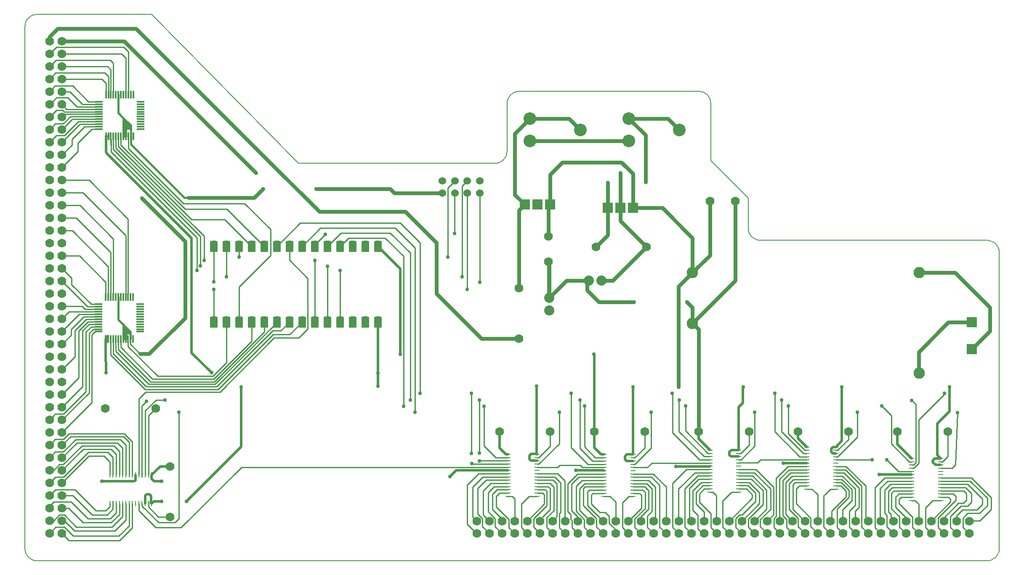
<source format=gbr>
G04 PROTEUS GERBER X2 FILE*
%TF.GenerationSoftware,Labcenter,Proteus,8.6-SP2-Build23525*%
%TF.CreationDate,2023-01-29T17:34:11+00:00*%
%TF.FileFunction,Copper,L1,Top*%
%TF.FilePolarity,Positive*%
%TF.Part,Single*%
%FSLAX45Y45*%
%MOMM*%
G01*
%TA.AperFunction,Conductor*%
%ADD10C,0.254000*%
%ADD11C,0.508000*%
%ADD12C,0.304800*%
%ADD13C,0.381000*%
%ADD14C,0.762000*%
%TA.AperFunction,ViaPad*%
%ADD15C,0.762000*%
%TA.AperFunction,ComponentPad*%
%ADD16C,1.778000*%
%AMPPAD007*
4,1,36,
0.762000,0.838200,
0.762000,-0.838200,
0.755940,-0.900520,
0.738490,-0.958160,
0.710770,-1.009980,
0.673890,-1.054890,
0.628980,-1.091760,
0.577160,-1.119480,
0.519520,-1.136930,
0.457200,-1.143000,
-0.457200,-1.143000,
-0.519520,-1.136930,
-0.577160,-1.119480,
-0.628980,-1.091760,
-0.673890,-1.054890,
-0.710770,-1.009980,
-0.738490,-0.958160,
-0.755940,-0.900520,
-0.762000,-0.838200,
-0.762000,0.838200,
-0.755940,0.900520,
-0.738490,0.958160,
-0.710770,1.009980,
-0.673890,1.054890,
-0.628980,1.091760,
-0.577160,1.119480,
-0.519520,1.136930,
-0.457200,1.143000,
0.457200,1.143000,
0.519520,1.136930,
0.577160,1.119480,
0.628980,1.091760,
0.673890,1.054890,
0.710770,1.009980,
0.738490,0.958160,
0.755940,0.900520,
0.762000,0.838200,
0*%
%TA.AperFunction,ComponentPad*%
%ADD17PPAD007*%
%TA.AperFunction,SMDPad,CuDef*%
%ADD18R,1.549400X0.304800*%
%ADD19R,0.304800X1.549400*%
%TA.AperFunction,SMDPad,CuDef*%
%ADD70R,0.254000X1.016000*%
%ADD71R,1.016000X0.254000*%
%TA.AperFunction,ComponentPad*%
%ADD20R,2.032000X2.032000*%
%TA.AperFunction,ComponentPad*%
%ADD21C,2.286000*%
%TA.AperFunction,ComponentPad*%
%ADD22C,1.524000*%
%TA.AperFunction,ComponentPad*%
%ADD23C,2.540000*%
%TA.AperFunction,ComponentPad*%
%ADD24C,2.032000*%
%TA.AperFunction,Profile*%
%ADD25C,0.203200*%
%TD.AperFunction*%
D10*
X-9265000Y+1840000D02*
X-9959823Y+1840000D01*
X-9989010Y+1869187D01*
X-10118065Y+1869187D01*
X-10255252Y+1732000D01*
X-9265000Y+1790000D02*
X-9947252Y+1790000D01*
X-10005252Y+1732000D01*
X-9265000Y+1740000D02*
X-9831471Y+1740000D01*
X-9976619Y+1594852D01*
X-10138400Y+1594852D01*
X-10255252Y+1478000D01*
X-9265000Y+1690000D02*
X-9793252Y+1690000D01*
X-10005252Y+1478000D01*
X-9265000Y+1640000D02*
X-9678083Y+1640000D01*
X-9956842Y+1361241D01*
X-10118011Y+1361241D01*
X-10255252Y+1224000D01*
X-9265000Y+1590000D02*
X-9639252Y+1590000D01*
X-10005252Y+1224000D01*
X-8670000Y+2185000D02*
X-8670000Y+3048491D01*
X-8758598Y+3137089D01*
X-10114273Y+3137089D01*
X-10166352Y+3085010D01*
X-10255252Y+3002000D01*
X-8720000Y+2185000D02*
X-8720000Y+2918742D01*
X-8803956Y+3002698D01*
X-10004554Y+3002698D01*
X-10005252Y+3002000D01*
X-8970000Y+2185000D02*
X-8970000Y+2820000D01*
X-9030000Y+2880000D01*
X-10123252Y+2880000D01*
X-10255252Y+2748000D01*
X-9020000Y+2185000D02*
X-9020000Y+2683043D01*
X-9084497Y+2747540D01*
X-10004792Y+2747540D01*
X-10005252Y+2748000D01*
X-9070000Y+2185000D02*
X-9070000Y+2550000D01*
X-9140000Y+2620000D01*
X-10129252Y+2620000D01*
X-10255252Y+2494000D01*
X-9120000Y+2185000D02*
X-9120000Y+2409986D01*
X-9202884Y+2492870D01*
X-10004122Y+2492870D01*
X-10005252Y+2494000D01*
X-9267700Y-2137140D02*
X-9541680Y-2137140D01*
X-9601740Y-2077080D01*
X-9999340Y-2077080D01*
X-9999980Y-2077720D01*
X-10005252Y-2078000D01*
X-9267700Y-2187140D02*
X-9860392Y-2187140D01*
X-10005252Y-2332000D01*
X-9267700Y-2237140D02*
X-9656392Y-2237140D01*
X-10005252Y-2586000D01*
X-8980000Y-6050000D02*
X-8980000Y-6007464D01*
X-8590000Y-5470000D02*
X-8590000Y-4803574D01*
X-8754393Y-4639181D01*
X-9859919Y-4639181D01*
X-9975940Y-4755202D01*
X-10138454Y-4755202D01*
X-10255252Y-4872000D01*
X-8655000Y-5470000D02*
X-8655000Y-4807000D01*
X-8763000Y-4699000D01*
X-9832252Y-4699000D01*
X-10005252Y-4872000D01*
X-8720000Y-5470000D02*
X-8720000Y-4869000D01*
X-8826500Y-4762500D01*
X-9730621Y-4762500D01*
X-9976940Y-5008819D01*
X-10138071Y-5008819D01*
X-10255252Y-5126000D01*
X-8785000Y-5470000D02*
X-8785000Y-4931000D01*
X-8890000Y-4826000D01*
X-9705252Y-4826000D01*
X-10005252Y-5126000D01*
X-8850000Y-5470000D02*
X-8850000Y-4993000D01*
X-8953500Y-4889500D01*
X-9603550Y-4889500D01*
X-9977208Y-5263158D01*
X-10053532Y-5263158D01*
X-10170374Y-5380000D01*
X-10255252Y-5380000D01*
X-8915000Y-5470000D02*
X-8915000Y-5055000D01*
X-9017000Y-4953000D01*
X-9578252Y-4953000D01*
X-10005252Y-5380000D01*
X-8980000Y-5470000D02*
X-8980000Y-5117000D01*
X-9080500Y-5016500D01*
X-9476498Y-5016500D01*
X-9974693Y-5514695D01*
X-10135947Y-5514695D01*
X-10255252Y-5634000D01*
X-9045000Y-5470000D02*
X-9045000Y-5204277D01*
X-9044958Y-5204235D01*
X-9162850Y-5086343D01*
X-9462875Y-5086343D01*
X-10005252Y-5628720D01*
X-10005252Y-5634000D01*
X-1030000Y-5770000D02*
X-1249145Y-5770000D01*
X-1251969Y-5767176D01*
X-1346043Y-5861250D01*
X-1346043Y-6164378D01*
X-1153252Y-6357169D01*
X-1153252Y-6400000D01*
X-1030000Y-5835000D02*
X-1199500Y-5835000D01*
X-1270000Y-5905500D01*
X-1270000Y-6118106D01*
X-1016000Y-6372106D01*
X-1016000Y-6533252D01*
X-899252Y-6650000D01*
X-450000Y-5445000D02*
X-34011Y-5445000D01*
X+110248Y-5589259D01*
X+110248Y-6393500D01*
X+116748Y-6400000D01*
X-450000Y-5575000D02*
X-125000Y-5575000D01*
X-50000Y-5650000D01*
X-50000Y-6312748D01*
X-137252Y-6400000D01*
X-450000Y-5640000D02*
X-410096Y-5640000D01*
X-408846Y-5640000D01*
X-187191Y-5640000D01*
X-112359Y-5714832D01*
X-112359Y-6188584D01*
X-249348Y-6325573D01*
X-255056Y-6331281D01*
X-255056Y-6532196D01*
X-137252Y-6650000D01*
X-450000Y-5705000D02*
X-410426Y-5705000D01*
X-404821Y-5705000D01*
X-224932Y-5705000D01*
X-186561Y-5743371D01*
X-186561Y-6165752D01*
X-331909Y-6311100D01*
X-391252Y-6400000D01*
X-450000Y-5770000D02*
X-280000Y-5770000D01*
X-250000Y-5800000D01*
X-250000Y-6092203D01*
X-511909Y-6354112D01*
X-517617Y-6354112D01*
X-517617Y-6523635D01*
X-391252Y-6650000D01*
X-450000Y-5835000D02*
X-334663Y-5835000D01*
X-300719Y-5868944D01*
X-300719Y-6055467D01*
X-645252Y-6400000D01*
X+3030000Y-5750000D02*
X+2917774Y-5750000D01*
X+2819947Y-5847827D01*
X+2819947Y-6019947D01*
X+2950000Y-6150000D01*
X+3047915Y-6247915D01*
X+3047915Y-6533167D01*
X+3164748Y-6650000D01*
X+3030000Y-5685000D02*
X+2890745Y-5685000D01*
X+2752459Y-5823286D01*
X+2752459Y-6056426D01*
X+2911976Y-6215943D01*
X+2911976Y-6398772D01*
X+2910748Y-6400000D01*
X+3030000Y-5620000D02*
X+2857580Y-5620000D01*
X+2684971Y-5792609D01*
X+2684971Y-6179132D01*
X+2770864Y-6265025D01*
X+2789270Y-6283431D01*
X+2789270Y-6553381D01*
X+2821848Y-6585959D01*
X+2910748Y-6650000D01*
X+3030000Y-5555000D02*
X+2806010Y-5555000D01*
X+2617483Y-5743527D01*
X+2617483Y-6360735D01*
X+2656748Y-6400000D01*
X+3030000Y-5490000D02*
X+2785116Y-5490000D01*
X+2525454Y-5749662D01*
X+2525454Y-6518706D01*
X+2656748Y-6650000D01*
X+3030000Y-5425000D02*
X+2725000Y-5425000D01*
X+2400000Y-5750000D01*
X+2400000Y-6397252D01*
X+2402748Y-6400000D01*
X+3030000Y-5360000D02*
X+2559271Y-5360000D01*
X+2280043Y-5639228D01*
X+2280043Y-6527295D01*
X+2402748Y-6650000D01*
X+3610000Y-5750000D02*
X+3765116Y-5750000D01*
X+3881348Y-5866232D01*
X+3881348Y-5937400D01*
X+3418748Y-6400000D01*
X+3610000Y-5685000D02*
X+3798279Y-5685000D01*
X+3950000Y-5836721D01*
X+3950000Y-6000000D01*
X+3678840Y-6271160D01*
X+3628840Y-6271160D01*
X+3550000Y-6350000D01*
X+3550000Y-6527252D01*
X+3672748Y-6650000D01*
X+3610000Y-5620000D02*
X+3819173Y-5620000D01*
X+4022459Y-5823286D01*
X+4022459Y-6050289D01*
X+3672748Y-6400000D01*
X+3610000Y-5555000D02*
X+3864608Y-5555000D01*
X+4096082Y-5786474D01*
X+4096082Y-6065390D01*
X+3800000Y-6361472D01*
X+3800000Y-6523252D01*
X+3926748Y-6650000D01*
X+3610000Y-5490000D02*
X+3885502Y-5490000D01*
X+4169705Y-5774203D01*
X+4169705Y-6157043D01*
X+3926748Y-6400000D01*
X+3610000Y-5425000D02*
X+3925000Y-5425000D01*
X+4250000Y-5750000D01*
X+4250000Y-6164973D01*
X+4043593Y-6371380D01*
X+4043593Y-6512845D01*
X+4180748Y-6650000D01*
X+4980000Y-5300000D02*
X+4600962Y-5300000D01*
X+4366034Y-5534928D01*
X+4366034Y-6303589D01*
X+4317952Y-6351671D01*
X+4317952Y-6533204D01*
X+4434748Y-6650000D01*
X+4980000Y-5365000D02*
X+4621855Y-5365000D01*
X+4433521Y-5553334D01*
X+4433521Y-6398773D01*
X+4434748Y-6400000D01*
X+4980000Y-5430000D02*
X+4648884Y-5430000D01*
X+4501009Y-5577875D01*
X+4501009Y-6295701D01*
X+4571953Y-6366645D01*
X+4571953Y-6533205D01*
X+4688748Y-6650000D01*
X+4980000Y-5495000D02*
X+4682049Y-5495000D01*
X+4556227Y-5620822D01*
X+4556227Y-6267479D01*
X+4688748Y-6400000D01*
X+4980000Y-5560000D02*
X+4709078Y-5560000D01*
X+4623715Y-5645363D01*
X+4623715Y-6160726D01*
X+4805557Y-6342568D01*
X+4805557Y-6512809D01*
X+4942748Y-6650000D01*
X+4980000Y-5625000D02*
X+4742242Y-5625000D01*
X+4703473Y-5663769D01*
X+4703473Y-6160725D01*
X+4942748Y-6400000D01*
X+4980000Y-5690000D02*
X+4830623Y-5690000D01*
X+4770961Y-5749662D01*
X+4770961Y-6050291D01*
X+5059625Y-6338955D01*
X+5059625Y-6512877D01*
X+5196748Y-6650000D01*
X+5560000Y-5690000D02*
X+5664493Y-5690000D01*
X+5763803Y-5789310D01*
X+5763803Y-5909121D01*
X+5476256Y-6196668D01*
X+5476256Y-6374492D01*
X+5450748Y-6400000D01*
X+5560000Y-5625000D02*
X+5675001Y-5625000D01*
X+5826812Y-5776811D01*
X+5826812Y-5923188D01*
X+5600000Y-6150000D01*
X+5586812Y-6163188D01*
X+5586812Y-6532064D01*
X+5704748Y-6650000D01*
X+5560000Y-5560000D02*
X+5686001Y-5560000D01*
X+5886812Y-5760811D01*
X+5886812Y-5988811D01*
X+5702812Y-6172811D01*
X+5702812Y-6398064D01*
X+5704748Y-6400000D01*
X+5560000Y-5495000D02*
X+5695000Y-5495000D01*
X+5950000Y-5750000D01*
X+5950000Y-6077623D01*
X+5830812Y-6196811D01*
X+5830812Y-6522064D01*
X+5958748Y-6650000D01*
X+5560000Y-5430000D02*
X+5724001Y-5430000D01*
X+6030812Y-5736811D01*
X+6030812Y-6119188D01*
X+5950000Y-6200000D01*
X+5950000Y-6391252D01*
X+5958748Y-6400000D01*
X+5560000Y-5365000D02*
X+5755001Y-5365000D01*
X+6082812Y-5692811D01*
X+6082812Y-6096811D01*
X+6082812Y-6520064D01*
X+6212748Y-6650000D01*
X+5560000Y-5300000D02*
X+5770001Y-5300000D01*
X+6162812Y-5692811D01*
X+6162812Y-6350064D01*
X+6212748Y-6400000D01*
X+900000Y-5450000D02*
X+367956Y-5450000D01*
X+173034Y-5644922D01*
X+173034Y-6211415D01*
X+230113Y-6268494D01*
X+230113Y-6365528D01*
X+252944Y-6388359D01*
X+252944Y-6532196D01*
X+370748Y-6650000D01*
X+900000Y-5515000D02*
X+395000Y-5515000D01*
X+250000Y-5660000D01*
X+250000Y-6191347D01*
X+367102Y-6308449D01*
X+367102Y-6311100D01*
X+370748Y-6400000D01*
X+900000Y-5710000D02*
X+518923Y-5710000D01*
X+486967Y-5741956D01*
X+486967Y-6086967D01*
X+750000Y-6350000D01*
X+750000Y-6521252D01*
X+878748Y-6650000D01*
X+900000Y-5775000D02*
X+602327Y-5775000D01*
X+566877Y-5810450D01*
X+566877Y-6088129D01*
X+878748Y-6400000D01*
X+900000Y-5840000D02*
X+674315Y-5840000D01*
X+641079Y-5873236D01*
X+641079Y-6051595D01*
X+812315Y-6222831D01*
X+922831Y-6222831D01*
X+1000000Y-6300000D01*
X+1000000Y-6440406D01*
X+1132748Y-6573154D01*
X+1132748Y-6650000D01*
X+900000Y-5580000D02*
X+454855Y-5580000D01*
X+338562Y-5696293D01*
X+338562Y-6202619D01*
X+504090Y-6368147D01*
X+504090Y-6529342D01*
X+624748Y-6650000D01*
X+900000Y-5645000D02*
X+509720Y-5645000D01*
X+407057Y-5747663D01*
X+407057Y-6182309D01*
X+624748Y-6400000D01*
X+1480000Y-5450000D02*
X+1890000Y-5450000D01*
X+2148748Y-5708748D01*
X+2148748Y-6400000D01*
X+1480000Y-5515000D02*
X+1852504Y-5515000D01*
X+2016674Y-5679170D01*
X+2016674Y-6517926D01*
X+2148748Y-6650000D01*
X+1480000Y-5580000D02*
X+1797640Y-5580000D01*
X+1931056Y-5713416D01*
X+1931056Y-6363692D01*
X+1894748Y-6400000D01*
X+1480000Y-5645000D02*
X+1765606Y-5645000D01*
X+1868269Y-5747663D01*
X+1868269Y-6199999D01*
X+1771235Y-6297033D01*
X+1771235Y-6526487D01*
X+1894748Y-6650000D01*
X+1480000Y-5710000D02*
X+1716449Y-5710000D01*
X+1794067Y-5787618D01*
X+1794067Y-6160045D01*
X+1643012Y-6311100D01*
X+1640748Y-6400000D01*
X+1480000Y-5775000D02*
X+1678707Y-5775000D01*
X+1725573Y-5821866D01*
X+1725573Y-6148629D01*
X+1520090Y-6354112D01*
X+1520090Y-6529342D01*
X+1640748Y-6650000D01*
X+1480000Y-5840000D02*
X+1612426Y-5840000D01*
X+1651370Y-5878944D01*
X+1651370Y-6135378D01*
X+1386748Y-6400000D01*
X+7090000Y-5530000D02*
X+6548802Y-5530000D01*
X+6350004Y-5728798D01*
X+6350004Y-6533256D01*
X+6466748Y-6650000D01*
X+7090000Y-5595000D02*
X+6602864Y-5595000D01*
X+6453853Y-5744011D01*
X+6453853Y-6387105D01*
X+6466748Y-6400000D01*
X+7090000Y-5660000D02*
X+6663541Y-5660000D01*
X+6546457Y-5777084D01*
X+6546457Y-6240103D01*
X+6586145Y-6279791D01*
X+6586145Y-6515397D01*
X+6720748Y-6650000D01*
X+7090000Y-5725000D02*
X+6697760Y-5725000D01*
X+6619218Y-5803542D01*
X+6619218Y-6213646D01*
X+6672134Y-6266562D01*
X+6672134Y-6351386D01*
X+6720748Y-6400000D01*
X+7090000Y-5790000D02*
X+6731978Y-5790000D01*
X+6685364Y-5836614D01*
X+6685364Y-6154114D01*
X+6844114Y-6312864D01*
X+6844114Y-6519366D01*
X+6974748Y-6650000D01*
X+7090000Y-5920000D02*
X+6879790Y-5920000D01*
X+6837499Y-5962291D01*
X+6837499Y-6047499D01*
X+7108697Y-6318697D01*
X+7108697Y-6529949D01*
X+7228748Y-6650000D01*
X+7670000Y-5530000D02*
X+8290000Y-5530000D01*
X+8690000Y-5930000D01*
X+8690000Y-6162939D01*
X+8455555Y-6397384D01*
X+8247364Y-6397384D01*
X+8244748Y-6400000D01*
X+7670000Y-5595000D02*
X+8265000Y-5595000D01*
X+8610000Y-5940000D01*
X+8610000Y-6087129D01*
X+8452616Y-6244513D01*
X+8255648Y-6244513D01*
X+8215487Y-6244513D01*
X+8120000Y-6340000D01*
X+8120000Y-6525252D01*
X+8244748Y-6650000D01*
X+7670000Y-5660000D02*
X+8217940Y-5660000D01*
X+8511412Y-5953472D01*
X+8511412Y-6059304D01*
X+8434976Y-6135740D01*
X+8400716Y-6170000D01*
X+8110000Y-6170000D01*
X+7990748Y-6289252D01*
X+7990748Y-6400000D01*
X+7670000Y-5790000D02*
X+8136273Y-5790000D01*
X+8188032Y-5841759D01*
X+8188032Y-5976990D01*
X+8129235Y-6035787D01*
X+8032221Y-6035787D01*
X+8026342Y-6041666D01*
X+7736748Y-6331260D01*
X+7736748Y-6400000D01*
X+7670000Y-5725000D02*
X+8168287Y-5725000D01*
X+8287986Y-5844699D01*
X+8287986Y-6021087D01*
X+8214490Y-6094583D01*
X+8082199Y-6094583D01*
X+7870532Y-6306250D01*
X+7870532Y-6529784D01*
X+7990748Y-6650000D01*
X+7670000Y-5855000D02*
X+7927870Y-5855000D01*
X+7976365Y-5903495D01*
X+7976365Y-5976992D01*
X+7617709Y-6335648D01*
X+7617709Y-6530961D01*
X+7736748Y-6650000D01*
X+7670000Y-5920000D02*
X+7830000Y-5920000D01*
X+7870000Y-5960000D01*
X+7870000Y-6012748D01*
X+7482748Y-6400000D01*
X-8265000Y-6007041D02*
X-8265000Y-6003478D01*
X-8395000Y-5508021D02*
X-8395000Y-5509610D01*
D11*
X-8200000Y-5470000D02*
X-8200000Y-5550000D01*
X-8150000Y-5600000D01*
X-8000000Y-5600000D01*
X-9200000Y-5600000D02*
X-8546303Y-5600000D01*
X-8524184Y-5577881D01*
X-8524184Y-5470816D01*
X-8525000Y-5470000D01*
X+4800000Y-4600000D02*
X+4800000Y-4730000D01*
X+4980000Y-4910000D01*
X+6800000Y-4600000D02*
X+6800000Y-4850000D01*
X+7090000Y-5140000D01*
D10*
X+7816000Y-4600000D02*
X+7816000Y-5097429D01*
X+7708429Y-5205000D01*
X+7670000Y-5205000D01*
X+5816000Y-4600000D02*
X+5816000Y-4757578D01*
X+5598578Y-4975000D01*
X+5560000Y-4975000D01*
X+3816000Y-4600000D02*
X+3816000Y-4868622D01*
X+3649622Y-5035000D01*
X+3610000Y-5035000D01*
X+1716000Y-4600000D02*
X+1716000Y-4927954D01*
X+1518954Y-5125000D01*
X+1480000Y-5125000D01*
X-184000Y-4600000D02*
X-184000Y-4894000D01*
X-410000Y-5120000D01*
X-450000Y-5120000D01*
D11*
X+334051Y-5374918D02*
X+889918Y-5374918D01*
X+900000Y-5385000D01*
X+2350000Y-5300000D02*
X+3025000Y-5300000D01*
X+3030000Y-5295000D01*
X+4502224Y-5232752D02*
X+4977752Y-5232752D01*
X+4980000Y-5235000D01*
X+6436682Y-5464077D02*
X+7089077Y-5464077D01*
X+7090000Y-5465000D01*
D10*
X-8265000Y-6050000D02*
X-8265000Y-6008001D01*
X-8265000Y-6007041D01*
X-450000Y-5510000D02*
X-94584Y-5510000D01*
X+24630Y-5629214D01*
X+24630Y-6222831D01*
X+0Y-6247461D01*
X+0Y-6533252D01*
X+116748Y-6650000D01*
X+7090000Y-3970000D02*
X+7168722Y-4048722D01*
X+7168722Y-5229202D01*
X+7127924Y-5270000D01*
X+7090000Y-5270000D01*
D11*
X-8200000Y-5470000D02*
X-8028384Y-5298384D01*
X-7830000Y-5298384D01*
D10*
X+8010000Y-4220000D02*
X+7967549Y-5269208D01*
X+7899109Y-5337648D01*
X+7672648Y-5337648D01*
X+7670000Y-5335000D01*
X+5560000Y-5170000D02*
X+6285033Y-5170000D01*
X+6289287Y-5165746D01*
X+6586585Y-5164222D02*
X+6828998Y-5406635D01*
X+7039200Y-5406635D01*
X+7090000Y-5400000D01*
X+5560000Y-5105000D02*
X+5599470Y-5105000D01*
X+6000000Y-4704470D01*
X+6000000Y-4210000D01*
X+4980000Y-5040000D02*
X+4910000Y-5040000D01*
X+4470000Y-4600000D01*
X+4470000Y-3965841D01*
X+4468614Y-3964455D01*
X+4980000Y-5105000D02*
X+4839500Y-5105000D01*
X+4336969Y-4602469D01*
X+4336969Y-3825818D01*
X+4336349Y-3825198D01*
X+4980000Y-5170000D02*
X+4530000Y-5170000D01*
X+4525511Y-5165511D01*
X+4051049Y-5165511D01*
X+3987270Y-5229290D01*
X+3610710Y-5229290D01*
X+3610000Y-5230000D01*
X+3610000Y-5165000D02*
X+3648694Y-5165000D01*
X+3657872Y-5165000D01*
X+3932800Y-4890072D01*
X+3932800Y-4211169D01*
X+3933258Y-4210711D01*
D11*
X+3030000Y-4970000D02*
X+2800000Y-4740000D01*
X+2800000Y-4600000D01*
D10*
X+3030000Y-5035000D02*
X+2989789Y-5035000D01*
X+2540000Y-4585211D01*
X+2540000Y-4080000D01*
X+3030000Y-5100000D02*
X+2910000Y-5100000D01*
X+2410000Y-4600000D01*
X+2410000Y-3964155D01*
X+2411447Y-3962708D01*
X+3030000Y-5165000D02*
X+2821156Y-5165000D01*
X+2276102Y-4619946D01*
X+2276102Y-3827658D01*
X+2274468Y-3826024D01*
X+3030000Y-5230000D02*
X+1860000Y-5230000D01*
X+1770000Y-5320000D01*
X+1480000Y-5320000D01*
D11*
X-2201233Y-5504834D02*
X-2076399Y-5380000D01*
X-1030000Y-5380000D01*
D10*
X+1480000Y-5255000D02*
X+1518803Y-5255000D01*
X+1845451Y-4928352D01*
X+1845451Y-4209125D01*
X-450000Y-5250000D02*
X-409263Y-5250000D01*
X+0Y-4840737D01*
X+0Y-4210000D01*
X-1030000Y-5185000D02*
X-1604308Y-5185000D01*
X-1606369Y-5187061D01*
X-1610000Y-5030000D02*
X-1610000Y-3965962D01*
X-1608035Y-3963997D01*
X-1030000Y-5250000D02*
X-1584811Y-5250000D01*
X-1589035Y-5254224D01*
X-1754108Y-5254224D01*
X-1762096Y-5246236D01*
X-1767421Y-5041227D02*
X-1767421Y-3826023D01*
X-1766719Y-3825321D01*
D11*
X+697161Y-3038265D02*
X+698896Y-3040000D01*
X+700000Y-3040000D01*
X+700000Y-4600000D01*
D10*
X-6698000Y-2394000D02*
X-6698000Y-3213429D01*
X-6968872Y-3484301D01*
X-8077919Y-3484301D01*
X-8672700Y-2889520D01*
X-8672700Y-2732140D01*
X-6190000Y-2394000D02*
X-6190000Y-2775478D01*
X-6952261Y-3537739D01*
X-8185795Y-3537739D01*
X-8823168Y-2900366D01*
X-8823168Y-2732608D01*
X-8822700Y-2732140D01*
X-5936000Y-2394000D02*
X-5936000Y-2590154D01*
X-6941637Y-3595791D01*
X-8223123Y-3595791D01*
X-8872890Y-2946024D01*
X-8872890Y-2732330D01*
X-8872700Y-2732140D01*
X-5682000Y-2394000D02*
X-5682000Y-2402880D01*
X-6921947Y-3642827D01*
X-8263324Y-3642827D01*
X-8922935Y-2983216D01*
X-8922935Y-2732375D01*
X-8922700Y-2732140D01*
X-5428000Y-2394000D02*
X-5603317Y-2569317D01*
X-5764481Y-2569317D01*
X-6888775Y-3693611D01*
X-8310346Y-3693611D01*
X-8974378Y-3029579D01*
X-8974378Y-2733818D01*
X-8972700Y-2732140D01*
D11*
X-3650000Y-870000D02*
X-3201490Y-1318510D01*
X-3201490Y-3042567D01*
X-3650000Y-2394000D02*
X-3650000Y-2769339D01*
X-3650000Y-3420000D01*
D10*
X-8395000Y-5508021D02*
X-8395000Y-5470000D01*
X-7932415Y-3960705D02*
X-8112201Y-3960705D01*
X-8330000Y-4178504D01*
X-8330000Y-5470000D01*
X-4666000Y-870000D02*
X-4396000Y-600000D01*
X-3400000Y-600000D01*
X-2998651Y-1001349D01*
X-2998651Y-3964088D01*
X-5174000Y-870000D02*
X-4804000Y-500000D01*
X-3300000Y-500000D01*
X-2901481Y-898519D01*
X-2901481Y-4210373D01*
X-5682000Y-870000D02*
X-5212000Y-400000D01*
X-3200000Y-400000D01*
X-2799066Y-800934D01*
X-2799066Y-3827069D01*
D11*
X-8430872Y-3032534D02*
X-8430872Y-3036405D01*
D10*
X-8300158Y-3984869D02*
X-8400000Y-4084711D01*
X-8400000Y-5503021D01*
X-8395000Y-5508021D01*
X-8460000Y-4000000D02*
X-8460000Y-4006946D01*
X-8460000Y-5470000D02*
X-8460000Y-4006946D01*
X-8460000Y-4000000D02*
X-8460000Y-3940000D01*
X-8320000Y-3800000D01*
X-6825066Y-3800000D01*
X-5737830Y-2712764D01*
X-5238415Y-2712764D01*
X-5060888Y-2535237D01*
X-5060888Y-1513979D01*
X-5426941Y-1147926D01*
X-5426941Y-871059D01*
X-5428000Y-870000D01*
X+7750000Y-3830000D02*
X+7742586Y-3850917D01*
X+7230000Y-4363503D01*
X+7230000Y-5230000D01*
X+7173098Y-5291902D01*
X+7130000Y-5335000D01*
X+7090000Y-5335000D01*
X+6483839Y-4083882D02*
X+6680443Y-4280486D01*
X+6680443Y-4848102D01*
X+7037341Y-5205000D01*
X+7090000Y-5205000D01*
X+4980000Y-4975000D02*
X+4940849Y-4975000D01*
X+4608378Y-4642529D01*
X+4608378Y-4078798D01*
X-4412000Y-870000D02*
X-4242000Y-700000D01*
X-3500000Y-700000D01*
X-3132345Y-1067655D01*
X-3132345Y-4086309D01*
X-3131825Y-4086829D01*
D11*
X+5560000Y-4910000D02*
X+5681626Y-4788374D01*
X+5681626Y-3703955D01*
X+5679679Y-3702008D01*
X+1480000Y-5060000D02*
X+1480000Y-3701950D01*
X+1479095Y-3701045D01*
X-8330000Y-6050000D02*
X-8330000Y-5889698D01*
X-8297737Y-5857435D01*
X-8242565Y-5857435D01*
X-8210000Y-5890000D01*
X-8210000Y-6040000D01*
X-8200000Y-6050000D01*
X-6400000Y-3700000D02*
X-6400000Y-4900000D01*
X-7500000Y-6000000D01*
X-8000000Y-6000000D02*
X-8150000Y-6000000D01*
X-8200000Y-6050000D01*
X+7670000Y-5140000D02*
X+7603912Y-5073912D01*
X+7603912Y-4440671D01*
X+7850695Y-4193888D01*
X+7850695Y-3698774D01*
X+7670000Y-5140000D02*
X+7552573Y-5140000D01*
X+7509650Y-5182923D01*
X+7509650Y-5212518D01*
X+7566909Y-5269777D01*
X+7669777Y-5269777D01*
X+7670000Y-5270000D01*
X+5560000Y-5040000D02*
X+5503258Y-5040000D01*
X+5468088Y-5004830D01*
X+5468088Y-4943556D01*
X+5501644Y-4910000D01*
X+5560000Y-4910000D01*
X+3610000Y-4970000D02*
X+3610000Y-4106537D01*
X+3696537Y-4020000D01*
X+3696537Y-3703463D01*
X+3700000Y-3700000D01*
X+3610000Y-5100000D02*
X+3454130Y-5100000D01*
X+3423299Y-5069169D01*
X+3423299Y-5008866D01*
X+3462746Y-4969419D01*
X+3609419Y-4969419D01*
X+3610000Y-4970000D01*
X+1480000Y-5060000D02*
X+1359732Y-5060000D01*
X+1324232Y-5095500D01*
X+1324232Y-5154232D01*
X+1360000Y-5190000D01*
X+1480000Y-5190000D01*
X-450000Y-5185000D02*
X-568606Y-5185000D01*
X-596362Y-5157244D01*
X-596362Y-5082568D01*
X-565248Y-5051454D01*
X-453546Y-5051454D01*
X-453291Y-5051709D01*
X-450000Y-5055000D01*
X-453291Y-3688191D02*
X-453291Y-5051709D01*
D10*
X-4408167Y-1352577D02*
X-4408167Y-2390167D01*
X-4412000Y-2394000D01*
X-4920000Y-870000D02*
X-4920000Y-841133D01*
X-4704503Y-625636D01*
X-2105843Y-613904D02*
X-2105843Y+194157D01*
X-2100000Y+200000D01*
X-2100000Y+450000D02*
X-2245283Y+304717D01*
X-2245283Y-1080550D01*
X-2239292Y-1086541D01*
X-6445023Y-1083311D02*
X-6445023Y-871023D01*
X-6444000Y-870000D01*
X-1850000Y+200000D02*
X-1850000Y-1740000D01*
X-6953789Y-1738863D02*
X-6953789Y-2392211D01*
X-6952000Y-2394000D01*
X-1850000Y+450000D02*
X-1957177Y+342823D01*
X-1957177Y-1484931D01*
X-1956907Y-1485201D01*
X-6698474Y-1485396D02*
X-6698474Y-870474D01*
X-6698000Y-870000D01*
X-6952000Y-870000D02*
X-6952000Y-1588130D01*
X-6952416Y-1588546D01*
X-1600000Y-1590000D02*
X-1600000Y+200000D01*
D11*
X-220000Y-1178000D02*
X-220000Y-1886000D01*
X-200000Y-1906000D01*
X-3650000Y-3420000D02*
X-3650000Y-3683954D01*
X-3645663Y-3688291D01*
X+1402000Y+1252000D02*
X+1450000Y+1300000D01*
X+1400000Y+1252000D01*
X-9121140Y-3417083D02*
X-9122700Y-2968533D01*
X-9122700Y-2732140D01*
D10*
X-9267700Y-2587140D02*
X-9338460Y-2587140D01*
X-9405620Y-2654300D01*
X-9405620Y-4018368D01*
X-10005252Y-4618000D01*
X-9267700Y-2537140D02*
X-9374731Y-2537140D01*
X-9457298Y-2619707D01*
X-9457298Y-3816046D01*
X-10005252Y-4364000D01*
X-9267700Y-2487140D02*
X-9413720Y-2487140D01*
X-9519920Y-2593340D01*
X-9519920Y-3794760D01*
X-9969678Y-4244518D01*
X-10138144Y-4244518D01*
X-10168726Y-4275100D01*
X-10255252Y-4364000D01*
X-9267700Y-2437140D02*
X-9457446Y-2437140D01*
X-9587353Y-2567047D01*
X-9587353Y-3692101D01*
X-10005252Y-4110000D01*
X-9267700Y-2387140D02*
X-9482360Y-2387140D01*
X-9668688Y-2573468D01*
X-9668688Y-3517987D01*
X-9917801Y-3767100D01*
X-10005252Y-3856000D01*
D12*
X-9267700Y-2337140D02*
X-9339017Y-2337140D01*
X-9339018Y-2337140D01*
D10*
X-9515180Y-2337140D01*
X-9745980Y-2567940D01*
X-9745980Y-3090528D01*
X-9916352Y-3260900D01*
X-10005252Y-3348000D01*
X-9267700Y-2337140D02*
X-9339018Y-2337140D01*
X-9267700Y-2287140D02*
X-9569301Y-2287140D01*
X-9822774Y-2540613D01*
X-9822774Y-2657522D01*
X-10005252Y-2840000D01*
X-9267700Y-2087140D02*
X-9488112Y-2087140D01*
X-10005252Y-1570000D01*
X-9267700Y-2037140D02*
X-9415720Y-2037140D01*
X-9809480Y-1643380D01*
X-9809480Y-1511772D01*
X-10005252Y-1316000D01*
X-9265000Y+1890000D02*
X-9909252Y+1890000D01*
X-10005252Y+1986000D01*
X-9265000Y+1940000D02*
X-9702847Y+1940000D01*
X-9884654Y+2121807D01*
X-10112603Y+2121807D01*
X-10166352Y+2068058D01*
X-10255252Y+1986000D01*
X-9265000Y+2040000D02*
X-9471004Y+2040000D01*
X-9787816Y+2356812D01*
X-10148965Y+2356812D01*
X-10176877Y+2328900D01*
X-10255252Y+2240000D01*
X-9265000Y+1990000D02*
X-9592571Y+1990000D01*
X-9842571Y+2240000D01*
X-10005252Y+2240000D01*
X-9265000Y+1540000D02*
X-9549640Y+1540000D01*
X-9804400Y+1285240D01*
X-9804400Y+1170852D01*
X-10005252Y+970000D01*
X-9265000Y+1490000D02*
X-9400866Y+1490000D01*
X-9401023Y+1489843D01*
X-9684512Y+1206354D01*
X-9684512Y+1136629D01*
X-9684512Y+1036740D01*
X-10005252Y+716000D01*
X-9122700Y-1892140D02*
X-9122700Y-1591020D01*
X-9652389Y-1061331D01*
X-10004583Y-1061331D01*
X-10005252Y-1062000D01*
X-9072700Y-1892140D02*
X-9072700Y-1277800D01*
X-9796780Y-553720D01*
X-10004972Y-553720D01*
X-10005252Y-554000D01*
X-9022700Y-1892140D02*
X-9022700Y-992520D01*
X-9714369Y-300851D01*
X-10004401Y-300851D01*
X-10005252Y-300000D01*
X-8972700Y-1892140D02*
X-8972700Y-717400D01*
X-9644380Y-45720D01*
X-10004972Y-45720D01*
X-10005252Y-46000D01*
X-8722700Y-1892140D02*
X-8722700Y-649900D01*
X-9579903Y+207303D01*
X-10004555Y+207303D01*
X-10005252Y+208000D01*
X-8672700Y-1892140D02*
X-8672700Y-321440D01*
X-9456420Y+462280D01*
X-10004972Y+462280D01*
X-10005252Y+462000D01*
D11*
X-9055000Y+955000D02*
X-9080000Y+980000D01*
X-9100000Y+1000000D01*
X-9120000Y+1020000D01*
X-9120000Y+1345000D01*
X-6995972Y-3417083D02*
X-7400000Y-3013055D01*
X-7400000Y-700000D01*
X-9055000Y+955000D01*
X-9120000Y+1345000D02*
X-9100000Y+1345000D01*
X-9080000Y+1345000D01*
D10*
X-9070000Y+1345000D01*
X-7290655Y-760000D02*
X-7290655Y-694145D01*
X-7290655Y-760000D02*
X-7290655Y-1351989D01*
X-7291831Y-1353165D01*
X-9019131Y+1034331D02*
X-9019131Y+1125551D01*
X-9019131Y+1282635D01*
X-9020000Y+1283504D01*
X-9020000Y+1345000D01*
X-7290655Y-694145D02*
X-9019131Y+1034331D01*
X-9020000Y+1283504D02*
X-9020000Y+1165710D01*
X-8970000Y+1345000D02*
X-8970000Y+1080000D01*
X-7223122Y-666878D01*
X-7223122Y-1263046D01*
X-7223176Y-1263100D01*
X-4664763Y-1267950D02*
X-4664763Y-2392763D01*
X-4666000Y-2394000D01*
X-8920000Y+1345000D02*
X-8920000Y+1110000D01*
X-7147339Y-662661D01*
X-7147339Y-1155421D01*
X-7145887Y-1156873D01*
X-4920339Y-1155785D02*
X-4920339Y-2393661D01*
X-4920000Y-2394000D01*
X-6190000Y-870000D02*
X-6726168Y-333832D01*
X-7396167Y-333832D01*
X-8870000Y+1140001D01*
X-8870000Y+1345000D01*
X-5936000Y-870000D02*
X-6683257Y-122743D01*
X-7527257Y-122743D01*
X-8820000Y+1170000D01*
X-8820000Y+1345000D01*
X-8265000Y-5470000D02*
X-8265000Y-4281000D01*
X-8114000Y-4130000D01*
X-9045000Y-6050000D02*
X-9045000Y-6109710D01*
X-9129731Y-6194441D01*
X-9315812Y-6194441D01*
X-9318138Y-6192115D01*
X-9743797Y-5766456D01*
X-9753101Y-5766456D01*
X-10133708Y-5766456D01*
X-10255252Y-5888000D01*
X-8980000Y-6050000D02*
X-8980000Y-6156358D01*
X-9094841Y-6271199D01*
X-9397222Y-6271199D01*
X-9783339Y-5885082D01*
X-10002334Y-5885082D01*
X-10005252Y-5888000D01*
X-8915000Y-6050000D02*
X-8915000Y-6233245D01*
X-9034365Y-6352610D01*
X-9480958Y-6352610D01*
X-9804273Y-6029295D01*
X-9818229Y-6015339D01*
X-10169455Y-6015339D01*
X-10255252Y-6101136D01*
X-10255252Y-6142000D01*
X-8850000Y-6050000D02*
X-8850000Y-6263611D01*
X-9015757Y-6429368D01*
X-9580632Y-6429368D01*
X-9870000Y-6140000D01*
X-10003252Y-6140000D01*
X-10005252Y-6142000D01*
X-8785000Y-6050000D02*
X-8785000Y-6305001D01*
X-8999999Y-6520000D01*
X-9716098Y-6520000D01*
X-9956901Y-6279197D01*
X-10053630Y-6279197D01*
X-10170433Y-6396000D01*
X-10255252Y-6396000D01*
X-8655000Y-6050000D02*
X-8655000Y-6492074D01*
X-8862926Y-6700000D01*
X-9779422Y-6700000D01*
X-9955463Y-6523959D01*
X-10129211Y-6523959D01*
X-10255252Y-6650000D01*
X-8590000Y-6050000D02*
X-8590000Y-6535233D01*
X-8844767Y-6790000D01*
X-9865252Y-6790000D01*
X-10005252Y-6650000D01*
X-8720000Y-6050000D02*
X-8720000Y-6380167D01*
X-8939833Y-6600000D01*
X-9750000Y-6600000D01*
X-9954000Y-6396000D01*
X-10005252Y-6396000D01*
X-8460000Y-6050000D02*
X-8460000Y-6190000D01*
X-8120000Y-6530000D01*
X-7609999Y-6530000D01*
X-6394999Y-5315000D01*
X-1030000Y-5315000D01*
X-7650000Y-5350000D02*
X-7650000Y-5311305D01*
X-7650000Y-4210000D01*
X-8395000Y-6050000D02*
X-8395000Y-6094944D01*
X-8058782Y-6431162D01*
X-7731162Y-6431162D01*
X-7650000Y-6350000D01*
X-7650000Y-5350000D01*
X-7558152Y-8152D02*
X-8670000Y+1103695D01*
X-8670000Y+1345000D01*
X-5808980Y-868680D02*
X-5808980Y-794558D01*
X-5808980Y-529004D01*
X-5810246Y-527738D01*
X-6329832Y-8152D01*
X-6595386Y-8152D01*
X-6791960Y-8152D01*
X-6444000Y-2394000D02*
X-6444000Y-1683385D01*
X-5808980Y-1048365D01*
X-5808980Y-868680D01*
X-6791960Y-8152D02*
X-7558152Y-8152D01*
X-8622700Y-2732140D02*
X-8622700Y-2844577D01*
X-8430872Y-3036405D01*
X-5174000Y-2394000D02*
X-5422585Y-2642585D01*
X-5757360Y-2642585D01*
X-6869213Y-3754438D01*
X-8327309Y-3754438D01*
X-8758674Y-3323074D01*
X-9022700Y-2732140D02*
X-9022700Y-3059048D01*
X-9017032Y-3064716D01*
X-8846634Y-3235114D01*
X-8798044Y-3283704D01*
X-8758674Y-3323074D02*
X-8798044Y-3283704D01*
X-9017032Y-3064716D02*
X-9017032Y-3064715D01*
X-8722700Y-2732140D02*
X-8742680Y-2732140D01*
D11*
X-9100820Y-2732140D02*
X-9100820Y-2684780D01*
X-9095740Y-2679700D01*
X-9122700Y-2732140D02*
X-9100820Y-2732140D01*
X-9096640Y-2732140D01*
X-9094470Y-2732140D02*
X-9094470Y-2734310D01*
X-9094470Y-2780030D01*
X-9090660Y-2783840D01*
X-9096640Y-2732140D02*
X-9094470Y-2734310D01*
X-9093200Y-2735580D01*
D10*
X-9096640Y-2732140D02*
X-9094470Y-2732140D01*
X-9072700Y-2732140D01*
D13*
X-8620000Y+1325880D02*
X-8620000Y+1345000D01*
X-8770000Y+1457768D02*
X-8770000Y+1422470D01*
X-8770000Y+1345000D01*
X-8620000Y+1325880D02*
X-8620000Y+1187960D01*
X-7538799Y+106759D01*
X-7460468Y+106759D01*
X-8770000Y+1457768D02*
X-8770000Y+1422470D01*
X-8770000Y+1345000D01*
X-8720000Y+1345000D02*
X-8720000Y+1478978D01*
X-8691880Y+1507098D01*
X-8745220Y+1345000D02*
X-8745220Y+1482548D01*
X-8745220Y+1509416D01*
X-8745681Y+1509877D01*
X-8770000Y+1345000D02*
X-8745220Y+1345000D01*
X-8720000Y+1345000D01*
X-8745220Y+1482548D02*
X-8770000Y+1457768D01*
X-8669020Y+1507098D02*
X-8691880Y+1507098D01*
X-8702607Y+1507098D01*
X-8762355Y+1566846D01*
X-8702607Y+1507098D02*
X-8720670Y+1507098D01*
X-8745220Y+1482548D01*
X-8772700Y-2443940D02*
X-8773160Y-2443480D01*
X-8797290Y-2419350D01*
X-8772700Y-2732140D02*
X-8772700Y-2443940D01*
X-8797290Y-2419350D02*
X-8872700Y-2343940D01*
X-8872700Y-1892140D01*
X-8686800Y-2529840D02*
X-8772700Y-2443940D01*
X-8710930Y-2553970D02*
X-8662670Y-2553970D01*
X-8710930Y-2553970D02*
X-8686800Y-2529840D01*
X-8662670Y-2553970D02*
X-8686800Y-2529840D01*
D10*
X-8742680Y-2732140D02*
X-8747760Y-2732140D01*
X-8772700Y-2732140D01*
D13*
X-8747760Y-2608580D02*
X-8747760Y-2553686D01*
X-8714987Y-2520913D01*
X-8747760Y-2732140D02*
X-8747760Y-2608580D01*
X-8747760Y-2553686D02*
X-8747760Y-2499360D01*
X-8740140Y-2491740D01*
X-8722700Y-2595880D02*
X-8697670Y-2595880D01*
X-8627110Y-2589530D02*
X-8662670Y-2553970D01*
X-8697670Y-2595880D02*
X-8678366Y-2576576D01*
X-8622700Y-2641600D02*
X-8630011Y-2634285D01*
D10*
X-8637076Y-2627220D01*
D13*
X-8668420Y-2595880D02*
X-8672202Y-2595880D01*
X-8697670Y-2595880D02*
X-8672202Y-2595880D01*
X-8668420Y-2595880D02*
X-8633460Y-2595880D01*
X-8627110Y-2589530D01*
X-8622700Y-2732140D02*
X-8622700Y-2641600D01*
X-8622700Y-2593940D01*
X-8627110Y-2589530D01*
X-8737600Y-2613660D02*
X-8722700Y-2613660D01*
X-8715450Y-2613660D01*
X-8650638Y-2613660D02*
X-8637087Y-2613660D01*
X-8633020Y-2609593D01*
X-8722700Y-2620910D02*
X-8715450Y-2613660D01*
X-8697670Y-2595880D01*
X-8722700Y-2620910D02*
X-8722700Y-2613660D01*
X-8722700Y-2595880D01*
X-8637076Y-2627220D02*
X-8650638Y-2613660D01*
X-8722700Y-2651760D02*
X-8722700Y-2640960D01*
X-8695400Y-2613660D01*
X-8678590Y-2596850D01*
X-8667450Y-2596850D01*
X-8715450Y-2613660D02*
X-8695400Y-2613660D01*
X-8650638Y-2613660D01*
X-8667450Y-2596850D01*
X-8668420Y-2595880D01*
X-8722700Y-2732140D02*
X-8722700Y-2651760D01*
X-8722700Y-2640960D02*
X-8722700Y-2620910D01*
D14*
X+8300000Y-2938265D02*
X+8663268Y-2574997D01*
X+8663268Y-2102617D01*
X+7960651Y-1400000D01*
X+7240000Y-1400000D01*
X+8300000Y-2400000D02*
X+7826867Y-2400000D01*
X+7232206Y-2994661D01*
X+7232206Y-3412206D01*
X+7240000Y-3420000D01*
X+2680000Y-2420000D02*
X+2800000Y-2540000D01*
X+2800000Y-4600000D01*
X+2680000Y-2420000D02*
X+3538000Y-1562000D01*
X+3538000Y+40000D01*
X+2680000Y-1400000D02*
X+3030000Y-1050000D01*
X+3030000Y+40000D01*
X+2680000Y-1400000D02*
X+2680000Y-700000D01*
X+2073346Y-93346D01*
X+1483346Y-93346D01*
X+2680000Y-1400000D02*
X+2400000Y-1680000D01*
X+2400000Y-3700000D01*
X+2680000Y-2420000D02*
X+2680000Y-2100000D01*
X+2570000Y-1990000D01*
X+1503296Y-1991979D02*
X+1021979Y-1991979D01*
X+796451Y-1991979D01*
X+556565Y-1752093D01*
X+556565Y-1593435D01*
X+590000Y-1560000D01*
X+844000Y-1560000D02*
X+1076000Y-1560000D01*
X+1756000Y-880000D01*
X+1229346Y-353346D01*
X+1229346Y-93346D01*
X+740000Y-880000D02*
X+975346Y-644654D01*
X+975346Y-93346D01*
X+2412000Y+1476000D02*
X+2188000Y+1700000D01*
X+1400000Y+1700000D01*
X-590000Y+1252000D02*
X+1273000Y+1252000D01*
X+1400000Y+1252000D01*
X+1402000Y+1252000D01*
X+422000Y+1476000D02*
X+198000Y+1700000D01*
X-590000Y+1700000D01*
X-694000Y-30000D02*
X-894618Y+170618D01*
X-894618Y+1395382D01*
X-590000Y+1700000D01*
X-810654Y-1707346D02*
X-810654Y-146654D01*
X-694000Y-30000D01*
X-200000Y-1906000D02*
X-200000Y-1198000D01*
X-220000Y-1178000D01*
X-200000Y-1906000D02*
X+146000Y-1560000D01*
X+590000Y-1560000D01*
X+1229346Y-93346D02*
X+1229346Y+608059D01*
D11*
X+1227405Y+610000D01*
D14*
X+975346Y-93346D02*
X+975346Y+411263D01*
X+978935Y+414852D01*
X+1733390Y+423235D02*
X+1733390Y+1366610D01*
X+1400000Y+1700000D01*
X+1483346Y-93346D02*
X+1483346Y+587728D01*
X+1247186Y+823888D01*
X+61384Y+823888D01*
X-186000Y+576504D01*
X-186000Y-30000D01*
D11*
X+1247186Y+823888D02*
X+1270092Y+823888D01*
X+1461091Y+632889D01*
X+1495300Y+598680D01*
X+1495300Y+8254D01*
X+1483346Y-93346D01*
D14*
X-220000Y-670000D02*
X-220000Y-77308D01*
X-179346Y-36654D01*
X-185372Y-30628D01*
X-186000Y-30000D01*
X-7460468Y+106759D02*
X-6136261Y+106759D01*
X-5959645Y+283375D01*
X-4890903Y+285445D02*
X-3403617Y+285445D01*
D11*
X-3404176Y+286004D01*
X-4890344Y+286004D01*
X-4890903Y+285445D01*
D14*
X-2350000Y+200000D02*
X-3318172Y+200000D01*
X-3403617Y+285445D01*
X-8400000Y+100000D02*
X-7529437Y-770563D01*
X-7529437Y-2311405D01*
X-8250566Y-3032534D01*
X-8430872Y-3032534D01*
X-6103790Y+610000D02*
X-8749790Y+3256000D01*
X-10005252Y+3256000D01*
X-810654Y-2723346D02*
X-1566654Y-2723346D01*
X-2470000Y-1820000D01*
X-2470000Y-799014D01*
X-3095299Y-173715D01*
X-4828005Y-173715D01*
X-5907609Y+905889D01*
X-8513971Y+3512251D01*
X-10091631Y+3512251D01*
X-10255252Y+3348630D01*
X-10255252Y+3256000D01*
X-8722700Y-2565740D02*
X-8714405Y-2574035D01*
D13*
X-8722700Y-2595880D02*
X-8722700Y-2565740D01*
X-8710930Y-2553970D01*
X-8620000Y+1420000D02*
X-8620000Y+1480070D01*
X-8620000Y+1562352D01*
X-8770000Y+1712352D01*
X-8808824Y+1751176D01*
X-8870000Y+2185000D02*
X-8870000Y+1812353D01*
X-8867066Y+1809419D01*
X-8808824Y+1751176D01*
X-8770000Y+1712352D02*
X-8770000Y+1712353D01*
X-8770000Y+1457768D01*
X-8620000Y+1345000D02*
X-8620000Y+1420000D01*
X-8634965Y+1495035D02*
X-8634965Y+1534965D01*
X-8760000Y+1660000D01*
X-8620000Y+1480070D02*
X-8624796Y+1484866D01*
X-8634965Y+1495035D01*
X-8647028Y+1507098D02*
X-8653327Y+1507098D01*
X-8758748Y+1612519D01*
X-8634965Y+1495035D02*
X-8647028Y+1507098D01*
X-8653327Y+1507098D02*
X-8669020Y+1507098D01*
D10*
X-8265000Y-6050000D02*
X-8265000Y-6115001D01*
X-8065617Y-6314384D01*
X-7830000Y-6314384D01*
X-1030000Y-5120000D02*
X-1280000Y-5120000D01*
X-1515637Y-4884363D01*
X-1515637Y-4089760D01*
D11*
X-1200000Y-4600000D02*
X-1200000Y-4930000D01*
X-1075000Y-5055000D01*
X-1030000Y-5055000D01*
D10*
X+900000Y-5255000D02*
X+575000Y-5255000D01*
X+237428Y-4917428D01*
X+237428Y-3826564D01*
X+237864Y-3826128D01*
X+900000Y-5190000D02*
X+669999Y-5190000D01*
X+415702Y-4935703D01*
X+415702Y-3968569D01*
X+414834Y-3967701D01*
X+900000Y-5125000D02*
X+724999Y-5125000D01*
X+507307Y-4907308D01*
X+507307Y-4084578D01*
D11*
X+900000Y-5060000D02*
X+840000Y-5060000D01*
X+700000Y-4920000D01*
X+700000Y-4600000D01*
D10*
X-1360994Y-6280994D02*
X-1432267Y-6209721D01*
X-1432267Y-5824875D01*
X-1312392Y-5705000D01*
X-1226718Y-5705000D01*
X-1030000Y-5705000D02*
X-1226718Y-5705000D01*
X-1360994Y-6280994D02*
X-1290471Y-6351517D01*
X-1290471Y-6512781D01*
X-1153252Y-6650000D01*
X-1418626Y-6388626D02*
X-1532594Y-6274658D01*
X-1532594Y-5790617D01*
X-1381977Y-5640000D01*
X-1290000Y-5640000D01*
X-1030000Y-5640000D02*
X-1290000Y-5640000D01*
X-1418626Y-6388626D02*
X-1407252Y-6400000D01*
X-1633060Y-6263060D02*
X-1642710Y-6253410D01*
X-1642710Y-5744124D01*
X-1473586Y-5575000D01*
X-1030000Y-5575000D02*
X-1473586Y-5575000D01*
X-1633060Y-6263060D02*
X-1544500Y-6351621D01*
X-1544500Y-6512752D01*
X-1407252Y-6650000D01*
X-1695626Y-6365626D02*
X-1745484Y-6315768D01*
X-1745484Y-5714760D01*
X-1540724Y-5510000D01*
X-1464078Y-5510000D01*
X-1030000Y-5510000D02*
X-1464078Y-5510000D01*
X-1695626Y-6365626D02*
X-1661252Y-6400000D01*
X-1735626Y-6575626D02*
X-1853153Y-6458099D01*
X-1853153Y-5678054D01*
X-1620099Y-5445000D01*
X-1530000Y-5445000D01*
X-1030000Y-5445000D02*
X-1530000Y-5445000D01*
X-1735626Y-6575626D02*
X-1661252Y-6650000D01*
X-450000Y-5315000D02*
X-29415Y-5315000D01*
X+8825Y-5276760D01*
X+426760Y-5276760D01*
X+470000Y-5320000D01*
X+900000Y-5320000D01*
X+1132748Y-6400000D02*
X+1132748Y-6016668D01*
X+1021080Y-5905000D01*
X+900000Y-5905000D01*
X+1480000Y-5905000D02*
X+1395000Y-5905000D01*
X+1310000Y-5990000D01*
X+1268944Y-6031056D01*
X+1268944Y-6331056D01*
X+1268944Y-6366149D01*
X+1268944Y-6532196D01*
X+1386748Y-6650000D01*
X-762106Y-6370000D02*
X-762106Y-6312106D01*
X-762106Y-6057933D01*
X-632636Y-5928463D01*
X-604173Y-5900000D01*
X-450000Y-5900000D01*
X-762106Y-6370000D02*
X-762106Y-6533146D01*
X-645252Y-6650000D01*
X-899252Y-6400000D02*
X-899252Y-6353524D01*
X-899252Y-5950748D01*
X-950000Y-5900000D01*
X-1030000Y-5900000D01*
X-1049003Y-5900000D01*
X-1050000Y-5900997D01*
X-1030997Y-5900997D01*
X-1030000Y-5900000D01*
X+3286227Y-6330000D02*
X+3286227Y-6271160D01*
X+3286227Y-5991397D01*
X+3410866Y-5866758D01*
X+3462624Y-5815000D01*
X+3610000Y-5815000D01*
X+3286227Y-6330000D02*
X+3286227Y-6517479D01*
X+3418748Y-6650000D01*
X+3162131Y-6310000D02*
X+3162131Y-6216989D01*
X+3162131Y-5994163D01*
X+3160911Y-5992943D01*
X+3160911Y-5884086D01*
X+3125725Y-5848900D01*
X+3091825Y-5815000D01*
X+3030000Y-5815000D01*
X+3162131Y-6310000D02*
X+3162131Y-6397383D01*
X+3164748Y-6400000D01*
X+3610000Y-5360000D02*
X+3957966Y-5360000D01*
X+4310000Y-5712034D01*
X+4310000Y-6270748D01*
X+4180748Y-6400000D01*
X+5320501Y-6290000D02*
X+5320501Y-6196668D01*
X+5320501Y-5888968D01*
X+5353407Y-5856062D01*
X+5454469Y-5755000D01*
X+5560000Y-5755000D01*
X+5320501Y-6290000D02*
X+5320501Y-6519753D01*
X+5450748Y-6650000D01*
X+5196748Y-6400000D02*
X+5196748Y-5867745D01*
X+5163609Y-5834606D01*
X+5084003Y-5755000D01*
X+4980000Y-5755000D01*
X+7365936Y-6350000D02*
X+7365936Y-6305417D01*
X+7365936Y-6130185D01*
X+7449220Y-6046901D01*
X+7511121Y-5985000D01*
X+7670000Y-5985000D01*
X+7365936Y-6350000D02*
X+7365936Y-6533188D01*
X+7482748Y-6650000D01*
X+7228748Y-6400000D02*
X+7228748Y-6328748D01*
X+7228748Y-6058748D01*
X+7190000Y-6020000D01*
X+7155000Y-5985000D01*
X+7090000Y-5985000D01*
X+7090000Y-5855000D02*
X+6825728Y-5855000D01*
X+6764739Y-5915989D01*
X+6764739Y-6124740D01*
X+6974748Y-6334749D01*
X+6974748Y-6400000D01*
D15*
X-8000000Y-5600000D03*
X-9200000Y-5600000D03*
X+334051Y-5374918D03*
X+2350000Y-5300000D03*
X+4502224Y-5232752D03*
X+7090000Y-3970000D03*
X+8010000Y-4220000D03*
X+6289287Y-5165746D03*
X+6586585Y-5164222D03*
X+6000000Y-4210000D03*
X+4468614Y-3964455D03*
X+4336349Y-3825198D03*
X+3933258Y-4210711D03*
X+2411447Y-3962708D03*
X+2274468Y-3826024D03*
X-2201233Y-5504834D03*
X+1845451Y-4209125D03*
X-1606369Y-5187061D03*
X-1610000Y-5030000D03*
X-1762096Y-5246236D03*
X-1767421Y-5041227D03*
X-1766719Y-3825321D03*
X+697161Y-3038265D03*
X+0Y-4210000D03*
X-1608035Y-3963997D03*
X-3201490Y-3042567D03*
X-7932415Y-3960705D03*
X-2998651Y-3964088D03*
X-2901481Y-4210373D03*
X-2799066Y-3827069D03*
X-8400000Y+100000D03*
X-8300158Y-3984869D03*
X+7750000Y-3830000D03*
X+6436682Y-5464077D03*
X+6483839Y-4083882D03*
X+4608378Y-4078798D03*
X+2540000Y-4080000D03*
X-3131825Y-4086829D03*
X+2400000Y-3700000D03*
X+5679679Y-3702008D03*
X+1479095Y-3701045D03*
X-4890903Y+285445D03*
X-5959645Y+283375D03*
X-3650000Y-3420000D03*
X-453291Y-3688191D03*
X-6400000Y-3700000D03*
X-7500000Y-6000000D03*
X-8000000Y-6000000D03*
X+7850695Y-3698774D03*
X+3700000Y-3700000D03*
X-7291831Y-1353165D03*
X-4408167Y-1352577D03*
X-4704503Y-625636D03*
X-2105843Y-613904D03*
X-2239292Y-1086541D03*
X-6445023Y-1083311D03*
X-1850000Y-1740000D03*
X-6953789Y-1738863D03*
X-1956907Y-1485201D03*
X-6698474Y-1485396D03*
X-6952416Y-1588546D03*
X-1600000Y-1590000D03*
X+1503296Y-1991979D03*
X+2570000Y-1990000D03*
X+1227405Y+610000D03*
X-6103790Y+610000D03*
X-3645663Y-3688291D03*
X-6995972Y-3417083D03*
X-9121140Y-3417083D03*
X-7223176Y-1263100D03*
X-4664763Y-1267950D03*
X-7145887Y-1156873D03*
X-4920339Y-1155785D03*
X-7650000Y-4210000D03*
X-8430872Y-3036405D03*
X-7460468Y+106759D03*
X+978935Y+414852D03*
X+1733390Y+423235D03*
X-1515637Y-4089760D03*
X+237864Y-3826128D03*
X+414834Y-3967701D03*
X+507307Y-4084578D03*
D16*
X-1661252Y-6400000D03*
X-1407252Y-6400000D03*
X-1153252Y-6400000D03*
X-899252Y-6400000D03*
X-645252Y-6400000D03*
X-391252Y-6400000D03*
X-137252Y-6400000D03*
X+116748Y-6400000D03*
X+370748Y-6400000D03*
X+624748Y-6400000D03*
X+878748Y-6400000D03*
X+1132748Y-6400000D03*
X+1386748Y-6400000D03*
X+1640748Y-6400000D03*
X+1894748Y-6400000D03*
X+2148748Y-6400000D03*
X+2402748Y-6400000D03*
X+2656748Y-6400000D03*
X+2910748Y-6400000D03*
X+3164748Y-6400000D03*
X+3418748Y-6400000D03*
X+3672748Y-6400000D03*
X+3926748Y-6400000D03*
X+4180748Y-6400000D03*
X+4434748Y-6400000D03*
X+4688748Y-6400000D03*
X+4942748Y-6400000D03*
X+5196748Y-6400000D03*
X+5450748Y-6400000D03*
X+5704748Y-6400000D03*
X+5958748Y-6400000D03*
X+6212748Y-6400000D03*
X+6466748Y-6400000D03*
X+6720748Y-6400000D03*
X+6974748Y-6400000D03*
X+7228748Y-6400000D03*
X+7482748Y-6400000D03*
X+7736748Y-6400000D03*
X+7990748Y-6400000D03*
X+8244748Y-6400000D03*
X+8244748Y-6650000D03*
X+7990748Y-6650000D03*
X+7736748Y-6650000D03*
X+7482748Y-6650000D03*
X+7228748Y-6650000D03*
X+6974748Y-6650000D03*
X+6720748Y-6650000D03*
X+6466748Y-6650000D03*
X+6212748Y-6650000D03*
X+5958748Y-6650000D03*
X+5704748Y-6650000D03*
X+5450748Y-6650000D03*
X+5196748Y-6650000D03*
X+4942748Y-6650000D03*
X+4688748Y-6650000D03*
X+4434748Y-6650000D03*
X+4180748Y-6650000D03*
X+3926748Y-6650000D03*
X+3672748Y-6650000D03*
X+3418748Y-6650000D03*
X+3164748Y-6650000D03*
X+2910748Y-6650000D03*
X+2656748Y-6650000D03*
X+2402748Y-6650000D03*
X+2148748Y-6650000D03*
X+1894748Y-6650000D03*
X+1640748Y-6650000D03*
X+1386748Y-6650000D03*
X+1132748Y-6650000D03*
X+878748Y-6650000D03*
X+624748Y-6650000D03*
X+370748Y-6650000D03*
X+116748Y-6650000D03*
X-137252Y-6650000D03*
X-391252Y-6650000D03*
X-645252Y-6650000D03*
X-899252Y-6650000D03*
X-1153252Y-6650000D03*
X-1407252Y-6650000D03*
X-1661252Y-6650000D03*
X-10005252Y+3256000D03*
X-10005252Y+3002000D03*
X-10005252Y+2748000D03*
X-10005252Y+2494000D03*
X-10005252Y+2240000D03*
X-10005252Y+1986000D03*
X-10005252Y+1732000D03*
X-10005252Y+1478000D03*
X-10005252Y+1224000D03*
X-10005252Y+970000D03*
X-10005252Y+716000D03*
X-10005252Y+462000D03*
X-10005252Y+208000D03*
X-10005252Y-46000D03*
X-10005252Y-300000D03*
X-10005252Y-554000D03*
X-10005252Y-808000D03*
X-10005252Y-1062000D03*
X-10005252Y-1316000D03*
X-10005252Y-1570000D03*
X-10005252Y-1824000D03*
X-10005252Y-2078000D03*
X-10005252Y-2332000D03*
X-10005252Y-2586000D03*
X-10005252Y-2840000D03*
X-10005252Y-3094000D03*
X-10005252Y-3348000D03*
X-10005252Y-3602000D03*
X-10005252Y-3856000D03*
X-10005252Y-4110000D03*
X-10005252Y-4364000D03*
X-10005252Y-4618000D03*
X-10005252Y-4872000D03*
X-10005252Y-5126000D03*
X-10005252Y-5380000D03*
X-10005252Y-5634000D03*
X-10005252Y-5888000D03*
X-10005252Y-6142000D03*
X-10005252Y-6396000D03*
X-10005252Y-6650000D03*
X-10255252Y-6650000D03*
X-10255252Y-6396000D03*
X-10255252Y-6142000D03*
X-10255252Y-5888000D03*
X-10255252Y-5634000D03*
X-10255252Y-5380000D03*
X-10255252Y-5126000D03*
X-10255252Y-4872000D03*
X-10255252Y-4618000D03*
X-10255252Y-4364000D03*
X-10255252Y-4110000D03*
X-10255252Y-3856000D03*
X-10255252Y-3602000D03*
X-10255252Y-3348000D03*
X-10255252Y-3094000D03*
X-10255252Y-2840000D03*
X-10255252Y-2586000D03*
X-10255252Y-2332000D03*
X-10255252Y-2078000D03*
X-10255252Y-1824000D03*
X-10255252Y-1570000D03*
X-10255252Y-1316000D03*
X-10255252Y-1062000D03*
X-10255252Y-808000D03*
X-10255252Y-554000D03*
X-10255252Y-300000D03*
X-10255252Y-46000D03*
X-10255252Y+208000D03*
X-10255252Y+462000D03*
X-10255252Y+716000D03*
X-10255252Y+970000D03*
X-10255252Y+1224000D03*
X-10255252Y+1478000D03*
X-10255252Y+1732000D03*
X-10255252Y+1986000D03*
X-10255252Y+2240000D03*
X-10255252Y+2494000D03*
X-10255252Y+2748000D03*
X-10255252Y+3002000D03*
X-10255252Y+3256000D03*
D17*
X-3650000Y-870000D03*
X-3904000Y-870000D03*
X-4158000Y-870000D03*
X-4412000Y-870000D03*
X-4666000Y-870000D03*
X-4920000Y-870000D03*
X-5174000Y-870000D03*
X-5428000Y-870000D03*
X-5682000Y-870000D03*
X-5936000Y-870000D03*
X-6190000Y-870000D03*
X-6444000Y-870000D03*
X-6698000Y-870000D03*
X-6952000Y-870000D03*
X-6952000Y-2394000D03*
X-6698000Y-2394000D03*
X-6444000Y-2394000D03*
X-6190000Y-2394000D03*
X-5936000Y-2394000D03*
X-5682000Y-2394000D03*
X-5428000Y-2394000D03*
X-5174000Y-2394000D03*
X-4920000Y-2394000D03*
X-4666000Y-2394000D03*
X-4412000Y-2394000D03*
X-4158000Y-2394000D03*
X-3904000Y-2394000D03*
X-3650000Y-2394000D03*
D18*
X-9267700Y-2037140D03*
X-9267700Y-2087140D03*
X-9267700Y-2137140D03*
X-9267700Y-2187140D03*
X-9267700Y-2237140D03*
X-9267700Y-2287140D03*
X-9267700Y-2337140D03*
X-9267700Y-2387140D03*
X-9267700Y-2437140D03*
X-9267700Y-2487140D03*
X-9267700Y-2537140D03*
X-9267700Y-2587140D03*
D19*
X-9122700Y-2732140D03*
X-9072700Y-2732140D03*
X-9022700Y-2732140D03*
X-8972700Y-2732140D03*
X-8922700Y-2732140D03*
X-8872700Y-2732140D03*
X-8822700Y-2732140D03*
X-8772700Y-2732140D03*
X-8722700Y-2732140D03*
X-8672700Y-2732140D03*
X-8622700Y-2732140D03*
X-8572700Y-2732140D03*
D18*
X-8427700Y-2587140D03*
X-8427700Y-2537140D03*
X-8427700Y-2487140D03*
X-8427700Y-2437140D03*
X-8427700Y-2387140D03*
X-8427700Y-2337140D03*
X-8427700Y-2287140D03*
X-8427700Y-2237140D03*
X-8427700Y-2187140D03*
X-8427700Y-2137140D03*
X-8427700Y-2087140D03*
X-8427700Y-2037140D03*
D19*
X-8572700Y-1892140D03*
X-8622700Y-1892140D03*
X-8672700Y-1892140D03*
X-8722700Y-1892140D03*
X-8772700Y-1892140D03*
X-8822700Y-1892140D03*
X-8872700Y-1892140D03*
X-8922700Y-1892140D03*
X-8972700Y-1892140D03*
X-9022700Y-1892140D03*
X-9072700Y-1892140D03*
X-9122700Y-1892140D03*
D18*
X-9265000Y+2040000D03*
X-9265000Y+1990000D03*
X-9265000Y+1940000D03*
X-9265000Y+1890000D03*
X-9265000Y+1840000D03*
X-9265000Y+1790000D03*
X-9265000Y+1740000D03*
X-9265000Y+1690000D03*
X-9265000Y+1640000D03*
X-9265000Y+1590000D03*
X-9265000Y+1540000D03*
X-9265000Y+1490000D03*
D19*
X-9120000Y+1345000D03*
X-9070000Y+1345000D03*
X-9020000Y+1345000D03*
X-8970000Y+1345000D03*
X-8920000Y+1345000D03*
X-8870000Y+1345000D03*
X-8820000Y+1345000D03*
X-8770000Y+1345000D03*
X-8720000Y+1345000D03*
X-8670000Y+1345000D03*
X-8620000Y+1345000D03*
X-8570000Y+1345000D03*
D18*
X-8425000Y+1490000D03*
X-8425000Y+1540000D03*
X-8425000Y+1590000D03*
X-8425000Y+1640000D03*
X-8425000Y+1690000D03*
X-8425000Y+1740000D03*
X-8425000Y+1790000D03*
X-8425000Y+1840000D03*
X-8425000Y+1890000D03*
X-8425000Y+1940000D03*
X-8425000Y+1990000D03*
X-8425000Y+2040000D03*
D19*
X-8570000Y+2185000D03*
X-8620000Y+2185000D03*
X-8670000Y+2185000D03*
X-8720000Y+2185000D03*
X-8770000Y+2185000D03*
X-8820000Y+2185000D03*
X-8870000Y+2185000D03*
X-8920000Y+2185000D03*
X-8970000Y+2185000D03*
X-9020000Y+2185000D03*
X-9070000Y+2185000D03*
X-9120000Y+2185000D03*
D70*
X-8200000Y-5470000D03*
X-8265000Y-5470000D03*
X-8330000Y-5470000D03*
X-8395000Y-5470000D03*
X-8460000Y-5470000D03*
X-8525000Y-5470000D03*
X-8590000Y-5470000D03*
X-8655000Y-5470000D03*
X-8720000Y-5470000D03*
X-8785000Y-5470000D03*
X-8850000Y-5470000D03*
X-8915000Y-5470000D03*
X-8980000Y-5470000D03*
X-9045000Y-5470000D03*
X-9045000Y-6050000D03*
X-8980000Y-6050000D03*
X-8915000Y-6050000D03*
X-8850000Y-6050000D03*
X-8785000Y-6050000D03*
X-8720000Y-6050000D03*
X-8655000Y-6050000D03*
X-8590000Y-6050000D03*
X-8525000Y-6050000D03*
X-8460000Y-6050000D03*
X-8395000Y-6050000D03*
X-8330000Y-6050000D03*
X-8265000Y-6050000D03*
X-8200000Y-6050000D03*
D71*
X-1030000Y-5055000D03*
X-1030000Y-5120000D03*
X-1030000Y-5185000D03*
X-1030000Y-5250000D03*
X-1030000Y-5315000D03*
X-1030000Y-5380000D03*
X-1030000Y-5445000D03*
X-1030000Y-5510000D03*
X-1030000Y-5575000D03*
X-1030000Y-5640000D03*
X-1030000Y-5705000D03*
X-1030000Y-5770000D03*
X-1030000Y-5835000D03*
X-1030000Y-5900000D03*
X-450000Y-5900000D03*
X-450000Y-5835000D03*
X-450000Y-5770000D03*
X-450000Y-5705000D03*
X-450000Y-5640000D03*
X-450000Y-5575000D03*
X-450000Y-5510000D03*
X-450000Y-5445000D03*
X-450000Y-5380000D03*
X-450000Y-5315000D03*
X-450000Y-5250000D03*
X-450000Y-5185000D03*
X-450000Y-5120000D03*
X-450000Y-5055000D03*
X+900000Y-5060000D03*
X+900000Y-5125000D03*
X+900000Y-5190000D03*
X+900000Y-5255000D03*
X+900000Y-5320000D03*
X+900000Y-5385000D03*
X+900000Y-5450000D03*
X+900000Y-5515000D03*
X+900000Y-5580000D03*
X+900000Y-5645000D03*
X+900000Y-5710000D03*
X+900000Y-5775000D03*
X+900000Y-5840000D03*
X+900000Y-5905000D03*
X+1480000Y-5905000D03*
X+1480000Y-5840000D03*
X+1480000Y-5775000D03*
X+1480000Y-5710000D03*
X+1480000Y-5645000D03*
X+1480000Y-5580000D03*
X+1480000Y-5515000D03*
X+1480000Y-5450000D03*
X+1480000Y-5385000D03*
X+1480000Y-5320000D03*
X+1480000Y-5255000D03*
X+1480000Y-5190000D03*
X+1480000Y-5125000D03*
X+1480000Y-5060000D03*
X+3030000Y-4970000D03*
X+3030000Y-5035000D03*
X+3030000Y-5100000D03*
X+3030000Y-5165000D03*
X+3030000Y-5230000D03*
X+3030000Y-5295000D03*
X+3030000Y-5360000D03*
X+3030000Y-5425000D03*
X+3030000Y-5490000D03*
X+3030000Y-5555000D03*
X+3030000Y-5620000D03*
X+3030000Y-5685000D03*
X+3030000Y-5750000D03*
X+3030000Y-5815000D03*
X+3610000Y-5815000D03*
X+3610000Y-5750000D03*
X+3610000Y-5685000D03*
X+3610000Y-5620000D03*
X+3610000Y-5555000D03*
X+3610000Y-5490000D03*
X+3610000Y-5425000D03*
X+3610000Y-5360000D03*
X+3610000Y-5295000D03*
X+3610000Y-5230000D03*
X+3610000Y-5165000D03*
X+3610000Y-5100000D03*
X+3610000Y-5035000D03*
X+3610000Y-4970000D03*
X+4980000Y-4910000D03*
X+4980000Y-4975000D03*
X+4980000Y-5040000D03*
X+4980000Y-5105000D03*
X+4980000Y-5170000D03*
X+4980000Y-5235000D03*
X+4980000Y-5300000D03*
X+4980000Y-5365000D03*
X+4980000Y-5430000D03*
X+4980000Y-5495000D03*
X+4980000Y-5560000D03*
X+4980000Y-5625000D03*
X+4980000Y-5690000D03*
X+4980000Y-5755000D03*
X+5560000Y-5755000D03*
X+5560000Y-5690000D03*
X+5560000Y-5625000D03*
X+5560000Y-5560000D03*
X+5560000Y-5495000D03*
X+5560000Y-5430000D03*
X+5560000Y-5365000D03*
X+5560000Y-5300000D03*
X+5560000Y-5235000D03*
X+5560000Y-5170000D03*
X+5560000Y-5105000D03*
X+5560000Y-5040000D03*
X+5560000Y-4975000D03*
X+5560000Y-4910000D03*
X+7090000Y-5140000D03*
X+7090000Y-5205000D03*
X+7090000Y-5270000D03*
X+7090000Y-5335000D03*
X+7090000Y-5400000D03*
X+7090000Y-5465000D03*
X+7090000Y-5530000D03*
X+7090000Y-5595000D03*
X+7090000Y-5660000D03*
X+7090000Y-5725000D03*
X+7090000Y-5790000D03*
X+7090000Y-5855000D03*
X+7090000Y-5920000D03*
X+7090000Y-5985000D03*
X+7670000Y-5985000D03*
X+7670000Y-5920000D03*
X+7670000Y-5855000D03*
X+7670000Y-5790000D03*
X+7670000Y-5725000D03*
X+7670000Y-5660000D03*
X+7670000Y-5595000D03*
X+7670000Y-5530000D03*
X+7670000Y-5465000D03*
X+7670000Y-5400000D03*
X+7670000Y-5335000D03*
X+7670000Y-5270000D03*
X+7670000Y-5205000D03*
X+7670000Y-5140000D03*
D16*
X-9130000Y-4130000D03*
X-8114000Y-4130000D03*
X-7830000Y-5298384D03*
X-7830000Y-6314384D03*
X-1200000Y-4600000D03*
X-184000Y-4600000D03*
X+700000Y-4600000D03*
X+1716000Y-4600000D03*
X+2800000Y-4600000D03*
X+3816000Y-4600000D03*
X+4800000Y-4600000D03*
X+5816000Y-4600000D03*
X+6800000Y-4600000D03*
X+7816000Y-4600000D03*
D20*
X-694000Y-30000D03*
X-440000Y-30000D03*
X-186000Y-30000D03*
X+975346Y-93346D03*
X+1229346Y-93346D03*
X+1483346Y-93346D03*
D16*
X-810654Y-2723346D03*
X-810654Y-1707346D03*
D20*
X+8300000Y-2400000D03*
X+8300000Y-2938265D03*
D21*
X+7240000Y-1400000D03*
X+7240000Y-3420000D03*
X+2680000Y-1400000D03*
X+2680000Y-2420000D03*
D22*
X-1600000Y+200000D03*
X-1850000Y+200000D03*
X-2100000Y+200000D03*
X-2350000Y+200000D03*
X-2100000Y+450000D03*
X-1850000Y+450000D03*
X-1600000Y+450000D03*
X-2350000Y+450000D03*
D23*
X-590000Y+1252000D03*
X-590000Y+1700000D03*
X+422000Y+1476000D03*
D16*
X+3030000Y+40000D03*
X+3538000Y+40000D03*
X-220000Y-670000D03*
X-220000Y-1178000D03*
X+1756000Y-880000D03*
X+740000Y-880000D03*
D24*
X-200000Y-2160000D03*
X-200000Y-1906000D03*
X+844000Y-1560000D03*
X+590000Y-1560000D03*
D23*
X+1400000Y+1252000D03*
X+1400000Y+1700000D03*
X+2412000Y+1476000D03*
D25*
X-10500000Y-7200000D02*
X-10551117Y-7195026D01*
X-10598389Y-7180713D01*
X-10640900Y-7157977D01*
X-10677734Y-7127734D01*
X-10707977Y-7090900D01*
X-10730713Y-7048389D01*
X-10745026Y-7001117D01*
X-10750000Y-6950000D01*
X-10750000Y+3550000D02*
X-10745026Y+3601117D01*
X-10730713Y+3648389D01*
X-10707977Y+3690900D01*
X-10677734Y+3727734D01*
X-10640900Y+3757977D01*
X-10598389Y+3780713D01*
X-10551117Y+3795026D01*
X-10500000Y+3800000D01*
X-5250000Y+800000D02*
X-8200000Y+3800000D01*
X+3800000Y+100000D02*
X+3050000Y+850000D01*
X-1300000Y+800000D02*
X-1248883Y+804974D01*
X-1201611Y+819287D01*
X-1159100Y+842023D01*
X-1122266Y+872266D01*
X-1092023Y+909100D01*
X-1069287Y+951611D01*
X-1054974Y+998883D01*
X-1050000Y+1050000D01*
X-1050000Y+2000000D02*
X-1045026Y+2051117D01*
X-1030713Y+2098389D01*
X-1007977Y+2140900D01*
X-977734Y+2177734D01*
X-940900Y+2207977D01*
X-898389Y+2230713D01*
X-851117Y+2245026D01*
X-800000Y+2250000D01*
X+2800000Y+2250000D02*
X+2851117Y+2245026D01*
X+2898389Y+2230713D01*
X+2940900Y+2207977D01*
X+2977734Y+2177734D01*
X+3007977Y+2140900D01*
X+3030713Y+2098389D01*
X+3045026Y+2051117D01*
X+3050000Y+2000000D01*
X+4050000Y-750000D02*
X+3998883Y-745026D01*
X+3951611Y-730713D01*
X+3909100Y-707977D01*
X+3872266Y-677734D01*
X+3842023Y-640900D01*
X+3819287Y-598389D01*
X+3804974Y-551117D01*
X+3800000Y-500000D01*
X+8600000Y-750000D02*
X+8651117Y-754974D01*
X+8698389Y-769287D01*
X+8740900Y-792023D01*
X+8777734Y-822266D01*
X+8807977Y-859100D01*
X+8830713Y-901611D01*
X+8845026Y-948883D01*
X+8850000Y-1000000D01*
X+8600000Y-7200000D02*
X+8651117Y-7195026D01*
X+8698389Y-7180713D01*
X+8740900Y-7157977D01*
X+8777734Y-7127734D01*
X+8807977Y-7090900D01*
X+8830713Y-7048389D01*
X+8845026Y-7001117D01*
X+8850000Y-6950000D01*
X-800000Y+2250000D02*
X+2800000Y+2250000D01*
X-1050000Y+2000000D02*
X-1050000Y+1050000D01*
X-1300000Y+800000D02*
X-5250000Y+800000D01*
X+3050000Y+850000D02*
X+3050000Y+2000000D01*
X+3800000Y-500000D02*
X+3800000Y+100000D01*
X+4050000Y-750000D02*
X+8600000Y-750000D01*
X+8850000Y-6950000D02*
X+8850000Y-1000000D01*
X+8600000Y-7200000D02*
X-10500000Y-7200000D01*
X-10750000Y-6950000D02*
X-10750000Y+3550000D01*
X-10500000Y+3800000D02*
X-8200000Y+3800000D01*
M02*

</source>
